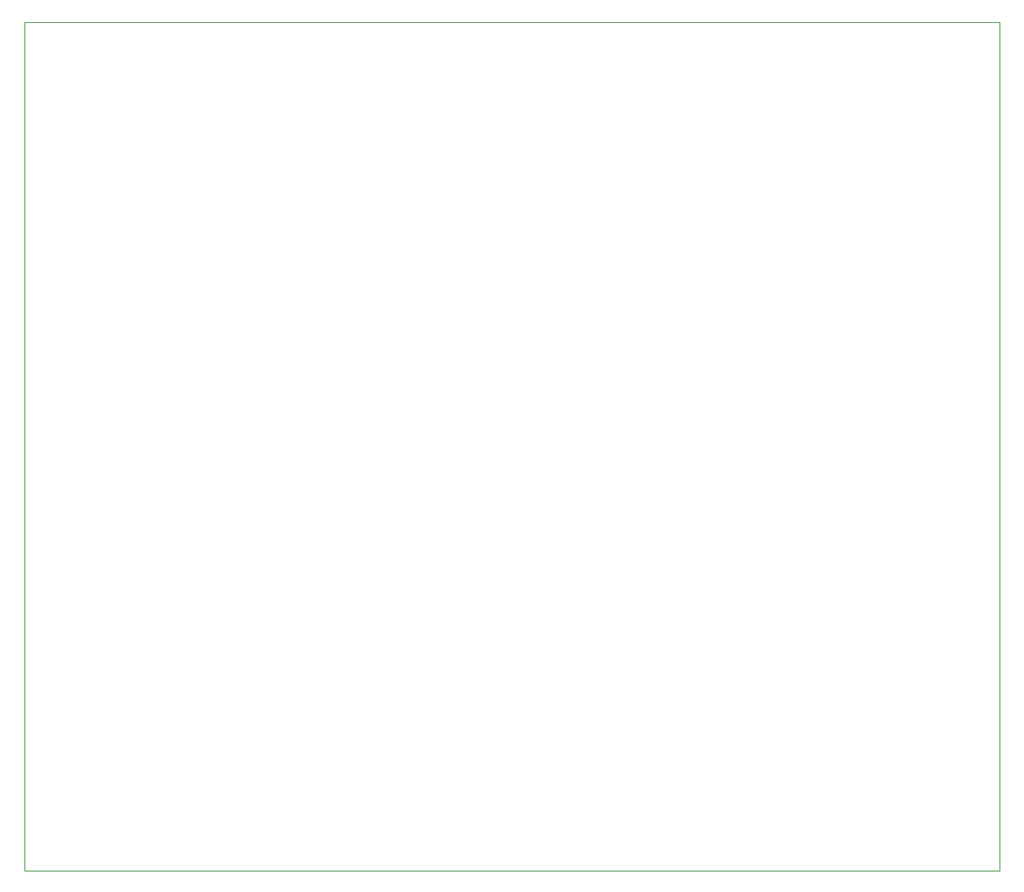
<source format=gm1>
G04 #@! TF.GenerationSoftware,KiCad,Pcbnew,8.0.8+1*
G04 #@! TF.CreationDate,2025-04-26T20:07:53+00:00*
G04 #@! TF.ProjectId,mbed-ce-ci-shield-v2,6d626564-2d63-4652-9d63-692d73686965,0*
G04 #@! TF.SameCoordinates,Original*
G04 #@! TF.FileFunction,Profile,NP*
%FSLAX46Y46*%
G04 Gerber Fmt 4.6, Leading zero omitted, Abs format (unit mm)*
G04 Created by KiCad (PCBNEW 8.0.8+1) date 2025-04-26 20:07:53*
%MOMM*%
%LPD*%
G01*
G04 APERTURE LIST*
G04 #@! TA.AperFunction,Profile*
%ADD10C,0.100000*%
G04 #@! TD*
G04 APERTURE END LIST*
D10*
X54500000Y-26000000D02*
X159000000Y-26000000D01*
X159000000Y-117000000D01*
X54500000Y-117000000D01*
X54500000Y-26000000D01*
M02*

</source>
